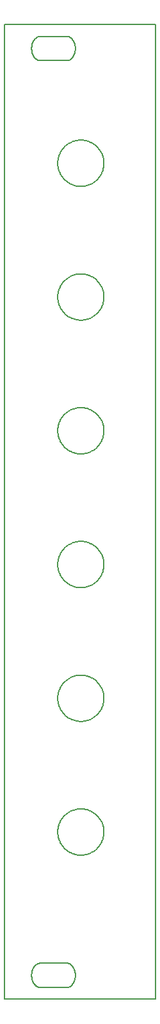
<source format=gbr>
G04 DipTrace 4.0.0.5*
G04 BoardOutline.gbr*
%MOIN*%
G04 #@! TF.FileFunction,Profile*
G04 #@! TF.Part,Single*
%ADD12C,0.005512*%
%FSLAX26Y26*%
G04*
G70*
G90*
G75*
G01*
G04 BoardOutline*
%LPD*%
X1181102Y5452756D2*
D12*
Y393701D1*
X393701D1*
Y5452756D1*
X1181102D1*
X763714Y521995D2*
X763858Y517034D1*
X763714Y512087D1*
X763307Y507231D1*
X762638Y502507D1*
X761719Y497900D1*
X760564Y493451D1*
X759173Y489160D1*
X757559Y485052D1*
X755748Y481129D1*
X754252Y478320D1*
X752651Y475630D1*
X750945Y473071D1*
X749134Y470643D1*
X747244Y468360D1*
X745249Y466220D1*
X743176Y464226D1*
X741010Y462402D1*
X738780Y460735D1*
X736470Y459239D1*
X734094Y457913D1*
X731640Y456785D1*
X729987Y456129D1*
X728294Y455564D1*
X726575Y455079D1*
X724843Y454685D1*
X723084Y454383D1*
X721299Y454173D1*
X719501Y454068D1*
X580262D1*
X578465Y454173D1*
X576680Y454383D1*
X574921Y454685D1*
X573189Y455079D1*
X571483Y455564D1*
X569790Y456129D1*
X568123Y456785D1*
X565682Y457913D1*
X563307Y459239D1*
X560997Y460735D1*
X558753Y462402D1*
X556601Y464226D1*
X554514Y466220D1*
X552533Y468360D1*
X550630Y470643D1*
X548819Y473071D1*
X547126Y475630D1*
X545512Y478320D1*
X544029Y481129D1*
X542205Y485052D1*
X540604Y489160D1*
X539213Y493451D1*
X538058Y497900D1*
X537139Y502507D1*
X536470Y507231D1*
X536050Y512087D1*
X535919Y517034D1*
X536050Y521995D1*
X536470Y526837D1*
X537139Y531575D1*
X538058Y536168D1*
X539213Y540617D1*
X540604Y544908D1*
X542205Y549029D1*
X544029Y552953D1*
X545512Y555761D1*
X547126Y558438D1*
X548819Y560997D1*
X550630Y563425D1*
X552533Y565722D1*
X554514Y567861D1*
X556601Y569843D1*
X558753Y571680D1*
X560997Y573346D1*
X563307Y574843D1*
X565682Y576155D1*
X568123Y577297D1*
X569790Y577953D1*
X571483Y578517D1*
X573189Y579003D1*
X574921Y579383D1*
X576680Y579685D1*
X578465Y579895D1*
X580262Y580013D1*
X719501D1*
X721299Y579895D1*
X723084Y579685D1*
X724843Y579383D1*
X726575Y579003D1*
X728294Y578517D1*
X729987Y577953D1*
X731640Y577297D1*
X734094Y576155D1*
X736470Y574843D1*
X738780Y573346D1*
X741010Y571680D1*
X743176Y569843D1*
X745249Y567861D1*
X747244Y565722D1*
X749134Y563425D1*
X750945Y560997D1*
X752651Y558438D1*
X754252Y555761D1*
X755748Y552953D1*
X757559Y549029D1*
X759173Y544908D1*
X760564Y540617D1*
X761719Y536168D1*
X762638Y531575D1*
X763307Y526837D1*
X763714Y521995D1*
Y5334344D2*
X763858Y5329396D1*
X763714Y5324436D1*
X763307Y5319593D1*
X762638Y5314856D1*
X761719Y5310262D1*
X760564Y5305814D1*
X759173Y5301522D1*
X757559Y5297402D1*
X755748Y5293478D1*
X754252Y5290669D1*
X752651Y5287992D1*
X750945Y5285433D1*
X749134Y5283005D1*
X747244Y5280709D1*
X745249Y5278570D1*
X743176Y5276588D1*
X741010Y5274751D1*
X738780Y5273084D1*
X736470Y5271588D1*
X734094Y5270276D1*
X731640Y5269134D1*
X729987Y5268478D1*
X728294Y5267913D1*
X726575Y5267428D1*
X724843Y5267047D1*
X723084Y5266745D1*
X721299Y5266535D1*
X719501Y5266417D1*
X580262D1*
X578465Y5266535D1*
X576680Y5266745D1*
X574921Y5267047D1*
X573189Y5267428D1*
X571483Y5267913D1*
X569790Y5268478D1*
X568123Y5269134D1*
X565682Y5270276D1*
X563307Y5271588D1*
X560997Y5273084D1*
X558753Y5274751D1*
X556601Y5276588D1*
X554514Y5278570D1*
X552533Y5280709D1*
X550630Y5283005D1*
X548819Y5285433D1*
X547126Y5287992D1*
X545512Y5290669D1*
X544029Y5293478D1*
X542205Y5297402D1*
X540604Y5301522D1*
X539213Y5305814D1*
X538058Y5310262D1*
X537139Y5314856D1*
X536470Y5319593D1*
X536050Y5324436D1*
X535919Y5329396D1*
X536050Y5334344D1*
X536470Y5339199D1*
X537139Y5343924D1*
X538058Y5348530D1*
X539213Y5352979D1*
X540604Y5357270D1*
X542205Y5361378D1*
X544029Y5365302D1*
X545512Y5368110D1*
X547126Y5370801D1*
X548819Y5373360D1*
X550630Y5375787D1*
X552533Y5378071D1*
X554514Y5380210D1*
X556601Y5382205D1*
X558753Y5384029D1*
X560997Y5385696D1*
X563307Y5387192D1*
X565682Y5388517D1*
X568123Y5389646D1*
X569790Y5390302D1*
X571483Y5390866D1*
X573189Y5391352D1*
X574921Y5391745D1*
X576680Y5392047D1*
X578465Y5392257D1*
X580262Y5392362D1*
X719501D1*
X721299Y5392257D1*
X723084Y5392047D1*
X724843Y5391745D1*
X726575Y5391352D1*
X728294Y5390866D1*
X729987Y5390302D1*
X731640Y5389646D1*
X734094Y5388517D1*
X736470Y5387192D1*
X738780Y5385696D1*
X741010Y5384029D1*
X743176Y5382205D1*
X745249Y5380210D1*
X747244Y5378071D1*
X749134Y5375787D1*
X750945Y5373360D1*
X752651Y5370801D1*
X754252Y5368110D1*
X755748Y5365302D1*
X757559Y5361378D1*
X759173Y5357270D1*
X760564Y5352979D1*
X761719Y5348530D1*
X762638Y5343924D1*
X763307Y5339199D1*
X763714Y5334344D1*
X790289Y4853478D2*
X792270Y4853491D1*
X798202Y4853346D1*
X804068Y4852913D1*
X809843Y4852218D1*
X815538Y4851234D1*
X821129Y4850000D1*
X826627Y4848504D1*
X832021Y4846759D1*
X837283Y4844764D1*
X842441Y4842546D1*
X847467Y4840079D1*
X852349Y4837402D1*
X857100Y4834501D1*
X861706Y4831404D1*
X866142Y4828084D1*
X870433Y4824580D1*
X874554Y4820879D1*
X878491Y4816995D1*
X882244Y4812940D1*
X885827Y4808714D1*
X889199Y4804318D1*
X892375Y4799777D1*
X895341Y4795066D1*
X898097Y4790223D1*
X900630Y4785249D1*
X902940Y4780144D1*
X905000Y4774908D1*
X906837Y4769554D1*
X908412Y4764094D1*
X909738Y4758530D1*
X910801Y4752874D1*
X911601Y4747126D1*
X912113Y4741286D1*
X912349Y4735381D1*
X912310Y4729423D1*
X911969Y4723543D1*
X911365Y4717730D1*
X910472Y4712008D1*
X909318Y4706378D1*
X907913Y4700853D1*
X906247Y4695433D1*
X904344Y4690118D1*
X902192Y4684921D1*
X899816Y4679856D1*
X897205Y4674921D1*
X894383Y4670131D1*
X891339Y4665472D1*
X888097Y4660984D1*
X884659Y4656640D1*
X881010Y4652467D1*
X877192Y4648465D1*
X873189Y4644646D1*
X869016Y4641010D1*
X864685Y4637572D1*
X860184Y4634318D1*
X855538Y4631286D1*
X850735Y4628465D1*
X845801Y4625853D1*
X840735Y4623465D1*
X835538Y4621325D1*
X830236Y4619409D1*
X824803Y4617756D1*
X819278Y4616339D1*
X813648Y4615184D1*
X807927Y4614304D1*
X802126Y4613688D1*
X796234Y4613360D1*
X790289Y4613307D1*
X784370Y4613543D1*
X778543Y4614068D1*
X772795Y4614856D1*
X767126Y4615932D1*
X761562Y4617257D1*
X756102Y4618832D1*
X750761Y4620656D1*
X745525Y4622730D1*
X740420Y4625026D1*
X735433Y4627559D1*
X730591Y4630315D1*
X725892Y4633281D1*
X721339Y4636457D1*
X716955Y4639843D1*
X712717Y4643412D1*
X708661Y4647178D1*
X704777Y4651115D1*
X701076Y4655236D1*
X697572Y4659514D1*
X694265Y4663963D1*
X691155Y4668556D1*
X688255Y4673307D1*
X685577Y4678202D1*
X683123Y4683215D1*
X680892Y4688373D1*
X678898Y4693648D1*
X677152Y4699029D1*
X675656Y4704528D1*
X674423Y4710131D1*
X673451Y4715814D1*
X672743Y4721601D1*
X672310Y4727454D1*
X672165Y4733386D1*
X672310Y4739331D1*
X672743Y4745184D1*
X673451Y4750958D1*
X674423Y4756654D1*
X675656Y4762257D1*
X677152Y4767743D1*
X678898Y4773136D1*
X680892Y4778412D1*
X683123Y4783556D1*
X685577Y4788583D1*
X688255Y4793478D1*
X691155Y4798215D1*
X694265Y4802822D1*
X697572Y4807270D1*
X701076Y4811549D1*
X704777Y4815669D1*
X708661Y4819606D1*
X712717Y4823373D1*
X716955Y4826942D1*
X721339Y4830315D1*
X725892Y4833491D1*
X730591Y4836457D1*
X735433Y4839213D1*
X740420Y4841745D1*
X745525Y4844055D1*
X750761Y4846115D1*
X756102Y4847953D1*
X761562Y4849528D1*
X767126Y4850853D1*
X772795Y4851916D1*
X778543Y4852717D1*
X784370Y4853228D1*
X790289Y4853478D1*
Y2770144D2*
X792270Y2770157D1*
X798202Y2770013D1*
X804068Y2769580D1*
X809843Y2768885D1*
X815538Y2767900D1*
X821129Y2766667D1*
X826627Y2765171D1*
X832021Y2763425D1*
X837283Y2761430D1*
X842441Y2759213D1*
X847467Y2756745D1*
X852349Y2754068D1*
X857100Y2751168D1*
X861706Y2748071D1*
X866142Y2744751D1*
X870433Y2741247D1*
X874554Y2737546D1*
X878491Y2733661D1*
X882244Y2729606D1*
X885827Y2725381D1*
X889199Y2720984D1*
X892375Y2716444D1*
X895341Y2711732D1*
X898097Y2706890D1*
X900630Y2701916D1*
X902940Y2696811D1*
X905000Y2691575D1*
X906837Y2686220D1*
X908412Y2680761D1*
X909738Y2675197D1*
X910801Y2669541D1*
X911601Y2663793D1*
X912113Y2657953D1*
X912349Y2652047D1*
X912310Y2646089D1*
X911969Y2640210D1*
X911365Y2634396D1*
X910472Y2628675D1*
X909318Y2623045D1*
X907913Y2617520D1*
X906247Y2612100D1*
X904344Y2606785D1*
X902192Y2601588D1*
X899816Y2596522D1*
X897205Y2591588D1*
X894383Y2586798D1*
X891339Y2582139D1*
X888097Y2577651D1*
X884646Y2573307D1*
X881010Y2569134D1*
X877192Y2565131D1*
X873189Y2561312D1*
X869016Y2557677D1*
X864685Y2554239D1*
X860184Y2550984D1*
X855538Y2547953D1*
X850735Y2545131D1*
X845801Y2542520D1*
X840735Y2540131D1*
X835538Y2537992D1*
X830236Y2536076D1*
X824803Y2534423D1*
X819278Y2533005D1*
X813648Y2531850D1*
X807927Y2530971D1*
X802126Y2530354D1*
X796234Y2530026D1*
X790289Y2529974D1*
X784370Y2530210D1*
X778543Y2530735D1*
X772795Y2531535D1*
X767126Y2532598D1*
X761562Y2533924D1*
X756102Y2535499D1*
X750761Y2537323D1*
X745525Y2539396D1*
X740420Y2541693D1*
X735433Y2544226D1*
X730591Y2546982D1*
X725892Y2549948D1*
X721339Y2553123D1*
X716955Y2556509D1*
X712717Y2560079D1*
X708661Y2563845D1*
X704777Y2567782D1*
X701076Y2571903D1*
X697572Y2576181D1*
X694265Y2580630D1*
X691155Y2585223D1*
X688255Y2589974D1*
X685577Y2594869D1*
X683123Y2599882D1*
X680892Y2605039D1*
X678898Y2610315D1*
X677152Y2615696D1*
X675656Y2621194D1*
X674423Y2626798D1*
X673451Y2632480D1*
X672743Y2638268D1*
X672310Y2644121D1*
X672165Y2650052D1*
X672310Y2655997D1*
X672743Y2661850D1*
X673451Y2667625D1*
X674423Y2673320D1*
X675656Y2678924D1*
X677152Y2684409D1*
X678898Y2689803D1*
X680892Y2695079D1*
X683123Y2700223D1*
X685577Y2705249D1*
X688255Y2710144D1*
X691155Y2714882D1*
X694265Y2719488D1*
X697572Y2723937D1*
X701076Y2728215D1*
X704777Y2732336D1*
X708661Y2736273D1*
X712717Y2740039D1*
X716955Y2743609D1*
X721339Y2746982D1*
X725892Y2750157D1*
X730591Y2753123D1*
X735433Y2755879D1*
X740407Y2758412D1*
X745525Y2760722D1*
X750761Y2762782D1*
X756102Y2764619D1*
X761562Y2766194D1*
X767126Y2767520D1*
X772795Y2768583D1*
X778543Y2769383D1*
X784370Y2769908D1*
X790289Y2770144D1*
Y4159029D2*
X792270Y4159042D1*
X798202Y4158898D1*
X804068Y4158478D1*
X809843Y4157769D1*
X815538Y4156798D1*
X821129Y4155551D1*
X826627Y4154055D1*
X832021Y4152310D1*
X837283Y4150328D1*
X842441Y4148097D1*
X847467Y4145643D1*
X852349Y4142966D1*
X857100Y4140066D1*
X861706Y4136955D1*
X866142Y4133648D1*
X870433Y4130131D1*
X874554Y4126444D1*
X878491Y4122559D1*
X882244Y4118491D1*
X885827Y4114265D1*
X889199Y4109882D1*
X892375Y4105328D1*
X895341Y4100630D1*
X898097Y4095787D1*
X900630Y4090801D1*
X902940Y4085696D1*
X905000Y4080459D1*
X906837Y4075105D1*
X908412Y4069646D1*
X909738Y4064081D1*
X910801Y4058425D1*
X911601Y4052677D1*
X912113Y4046837D1*
X912349Y4040932D1*
X912310Y4034987D1*
X911969Y4029094D1*
X911365Y4023294D1*
X910472Y4017572D1*
X909318Y4011942D1*
X907913Y4006404D1*
X906247Y4000984D1*
X904344Y3995669D1*
X902192Y3990486D1*
X899816Y3985407D1*
X897205Y3980472D1*
X894383Y3975682D1*
X891339Y3971037D1*
X888097Y3966535D1*
X884646Y3962192D1*
X881010Y3958018D1*
X877192Y3954029D1*
X873189Y3950197D1*
X869016Y3946562D1*
X864685Y3943123D1*
X860184Y3939882D1*
X855538Y3936837D1*
X850735Y3934016D1*
X845801Y3931404D1*
X840735Y3929029D1*
X835538Y3926877D1*
X830236Y3924974D1*
X824803Y3923307D1*
X819278Y3921890D1*
X813648Y3920748D1*
X807927Y3919856D1*
X802126Y3919239D1*
X796234Y3918911D1*
X790289Y3918858D1*
X784370Y3919108D1*
X778543Y3919619D1*
X772795Y3920420D1*
X767126Y3921483D1*
X761562Y3922808D1*
X756102Y3924383D1*
X750761Y3926220D1*
X745525Y3928281D1*
X740407Y3930591D1*
X735433Y3933123D1*
X730591Y3935879D1*
X725892Y3938845D1*
X721339Y3942021D1*
X716955Y3945394D1*
X712717Y3948963D1*
X708661Y3952730D1*
X704777Y3956667D1*
X701076Y3960787D1*
X697572Y3965066D1*
X694265Y3969514D1*
X691155Y3974121D1*
X688255Y3978858D1*
X685577Y3983753D1*
X683123Y3988780D1*
X680892Y3993924D1*
X678898Y3999199D1*
X677152Y4004593D1*
X675656Y4010079D1*
X674423Y4015682D1*
X673451Y4021378D1*
X672743Y4027152D1*
X672310Y4033005D1*
X672165Y4038950D1*
X672310Y4044882D1*
X672743Y4050735D1*
X673451Y4056522D1*
X674423Y4062205D1*
X675656Y4067808D1*
X677152Y4073307D1*
X678898Y4078688D1*
X680892Y4083963D1*
X683123Y4089121D1*
X685577Y4094134D1*
X688255Y4099029D1*
X691155Y4103780D1*
X694265Y4108373D1*
X697572Y4112822D1*
X701076Y4117100D1*
X704777Y4121220D1*
X708661Y4125157D1*
X712717Y4128924D1*
X716955Y4132493D1*
X721339Y4135879D1*
X725892Y4139055D1*
X730591Y4142021D1*
X735433Y4144777D1*
X740407Y4147310D1*
X745525Y4149606D1*
X750761Y4151680D1*
X756102Y4153504D1*
X761562Y4155092D1*
X767126Y4156404D1*
X772795Y4157480D1*
X778543Y4158268D1*
X784370Y4158793D1*
X790289Y4159029D1*
Y2075696D2*
X792270Y2075709D1*
X798202Y2075564D1*
X804068Y2075144D1*
X809843Y2074436D1*
X815538Y2073465D1*
X821129Y2072218D1*
X826627Y2070722D1*
X832021Y2068976D1*
X837283Y2066995D1*
X842441Y2064764D1*
X847467Y2062310D1*
X852349Y2059633D1*
X857100Y2056732D1*
X861706Y2053622D1*
X866142Y2050315D1*
X870433Y2046798D1*
X874554Y2043110D1*
X878491Y2039226D1*
X882244Y2035157D1*
X885827Y2030932D1*
X889199Y2026549D1*
X892375Y2021995D1*
X895341Y2017297D1*
X898097Y2012454D1*
X900630Y2007467D1*
X902940Y2002362D1*
X905000Y1997126D1*
X906837Y1991772D1*
X908412Y1986312D1*
X909738Y1980748D1*
X910801Y1975092D1*
X911601Y1969344D1*
X912113Y1963504D1*
X912349Y1957598D1*
X912310Y1951654D1*
X911969Y1945761D1*
X911365Y1939961D1*
X910472Y1934239D1*
X909318Y1928609D1*
X907913Y1923071D1*
X906247Y1917651D1*
X904344Y1912336D1*
X902192Y1907152D1*
X899816Y1902073D1*
X897205Y1897139D1*
X894383Y1892349D1*
X891339Y1887703D1*
X888097Y1883202D1*
X884646Y1878858D1*
X881010Y1874685D1*
X877192Y1870696D1*
X873189Y1866864D1*
X869016Y1863228D1*
X864685Y1859790D1*
X860184Y1856549D1*
X855538Y1853504D1*
X850735Y1850682D1*
X845801Y1848071D1*
X840735Y1845696D1*
X835538Y1843543D1*
X830236Y1841640D1*
X824803Y1839974D1*
X819278Y1838556D1*
X813648Y1837415D1*
X807927Y1836522D1*
X802126Y1835906D1*
X796234Y1835577D1*
X790289Y1835525D1*
X784370Y1835774D1*
X778543Y1836286D1*
X772795Y1837087D1*
X767126Y1838150D1*
X761562Y1839475D1*
X756102Y1841050D1*
X750761Y1842887D1*
X745525Y1844948D1*
X740407Y1847257D1*
X735433Y1849790D1*
X730591Y1852546D1*
X725892Y1855512D1*
X721339Y1858688D1*
X716955Y1862060D1*
X712717Y1865630D1*
X708661Y1869396D1*
X704777Y1873333D1*
X701076Y1877454D1*
X697572Y1881732D1*
X694265Y1886181D1*
X691155Y1890787D1*
X688255Y1895525D1*
X685577Y1900420D1*
X683123Y1905446D1*
X680892Y1910591D1*
X678898Y1915866D1*
X677152Y1921260D1*
X675656Y1926745D1*
X674423Y1932349D1*
X673451Y1938045D1*
X672743Y1943819D1*
X672310Y1949672D1*
X672165Y1955617D1*
X672310Y1961549D1*
X672743Y1967402D1*
X673451Y1973189D1*
X674423Y1978871D1*
X675656Y1984475D1*
X677152Y1989974D1*
X678898Y1995354D1*
X680892Y2000630D1*
X683123Y2005787D1*
X685577Y2010801D1*
X688255Y2015696D1*
X691155Y2020446D1*
X694265Y2025039D1*
X697572Y2029488D1*
X701076Y2033766D1*
X704777Y2037887D1*
X708661Y2041824D1*
X712717Y2045591D1*
X716955Y2049160D1*
X721339Y2052546D1*
X725892Y2055722D1*
X730591Y2058688D1*
X735433Y2061444D1*
X740407Y2063976D1*
X745525Y2066273D1*
X750761Y2068346D1*
X756102Y2070171D1*
X761562Y2071745D1*
X767126Y2073071D1*
X772795Y2074147D1*
X778543Y2074934D1*
X784370Y2075459D1*
X790289Y2075696D1*
Y3464580D2*
X792270Y3464606D1*
X798202Y3464462D1*
X804068Y3464029D1*
X809843Y3463320D1*
X815538Y3462349D1*
X821129Y3461115D1*
X826627Y3459619D1*
X832021Y3457874D1*
X837283Y3455879D1*
X842441Y3453648D1*
X847467Y3451194D1*
X852349Y3448517D1*
X857100Y3445617D1*
X861706Y3442507D1*
X866142Y3439199D1*
X870433Y3435696D1*
X874554Y3431995D1*
X878491Y3428110D1*
X882244Y3424055D1*
X885827Y3419829D1*
X889199Y3415433D1*
X892375Y3410879D1*
X895341Y3406181D1*
X898097Y3401339D1*
X900630Y3396365D1*
X902940Y3391247D1*
X905000Y3386010D1*
X906837Y3380669D1*
X908412Y3375210D1*
X909738Y3369646D1*
X910801Y3363976D1*
X911601Y3358228D1*
X912113Y3352402D1*
X912349Y3346483D1*
X912310Y3340538D1*
X911969Y3334646D1*
X911365Y3328845D1*
X910472Y3323123D1*
X909318Y3317493D1*
X907913Y3311969D1*
X906247Y3306535D1*
X904344Y3301234D1*
X902192Y3296037D1*
X899816Y3290971D1*
X897205Y3286037D1*
X894383Y3281234D1*
X891339Y3276588D1*
X888097Y3272087D1*
X884646Y3267756D1*
X881010Y3263583D1*
X877192Y3259580D1*
X873189Y3255761D1*
X869016Y3252126D1*
X864685Y3248675D1*
X860184Y3245433D1*
X855538Y3242402D1*
X850735Y3239567D1*
X845801Y3236969D1*
X840735Y3234580D1*
X835538Y3232428D1*
X830236Y3230525D1*
X824803Y3228858D1*
X819278Y3227454D1*
X813648Y3226299D1*
X807927Y3225407D1*
X802126Y3224803D1*
X796234Y3224462D1*
X790289Y3224423D1*
X784370Y3224659D1*
X778543Y3225184D1*
X772795Y3225971D1*
X767126Y3227034D1*
X761562Y3228360D1*
X756102Y3229948D1*
X750761Y3231772D1*
X745525Y3233845D1*
X740420Y3236142D1*
X735433Y3238675D1*
X730591Y3241430D1*
X725892Y3244396D1*
X721339Y3247572D1*
X716955Y3250958D1*
X712717Y3254528D1*
X708661Y3258281D1*
X704777Y3262231D1*
X701076Y3266339D1*
X697572Y3270630D1*
X694265Y3275066D1*
X691155Y3279672D1*
X688255Y3284423D1*
X685577Y3289304D1*
X683123Y3294331D1*
X680892Y3299488D1*
X678898Y3304751D1*
X677152Y3310144D1*
X675656Y3315643D1*
X674423Y3321234D1*
X673451Y3326929D1*
X672743Y3332703D1*
X672310Y3338570D1*
X672165Y3344501D1*
X672310Y3350433D1*
X672743Y3356299D1*
X673451Y3362073D1*
X674423Y3367769D1*
X675656Y3373360D1*
X677152Y3378858D1*
X678898Y3384252D1*
X680892Y3389514D1*
X683123Y3394672D1*
X685577Y3399698D1*
X688255Y3404580D1*
X691155Y3409331D1*
X694265Y3413937D1*
X697572Y3418373D1*
X701076Y3422664D1*
X704777Y3426772D1*
X708661Y3430722D1*
X712717Y3434475D1*
X716955Y3438058D1*
X721339Y3441430D1*
X725892Y3444606D1*
X730591Y3447572D1*
X735433Y3450328D1*
X740407Y3452861D1*
X745525Y3455157D1*
X750761Y3457231D1*
X756102Y3459055D1*
X761562Y3460643D1*
X767126Y3461969D1*
X772795Y3463031D1*
X778543Y3463819D1*
X784370Y3464344D1*
X790289Y3464580D1*
Y1381247D2*
X792270Y1381273D1*
X798202Y1381129D1*
X804068Y1380696D1*
X809843Y1379987D1*
X815538Y1379016D1*
X821129Y1377782D1*
X826627Y1376286D1*
X832021Y1374541D1*
X837283Y1372546D1*
X842441Y1370315D1*
X847467Y1367861D1*
X852349Y1365184D1*
X857100Y1362283D1*
X861706Y1359173D1*
X866142Y1355866D1*
X870433Y1352362D1*
X874554Y1348661D1*
X878491Y1344777D1*
X882244Y1340722D1*
X885827Y1336496D1*
X889199Y1332100D1*
X892375Y1327546D1*
X895341Y1322848D1*
X898097Y1318005D1*
X900630Y1313031D1*
X902940Y1307913D1*
X905000Y1302677D1*
X906837Y1297336D1*
X908412Y1291877D1*
X909738Y1286312D1*
X910801Y1280643D1*
X911601Y1274895D1*
X912113Y1269068D1*
X912349Y1263150D1*
X912310Y1257205D1*
X911969Y1251312D1*
X911365Y1245512D1*
X910472Y1239790D1*
X909318Y1234160D1*
X907913Y1228635D1*
X906247Y1223202D1*
X904344Y1217900D1*
X902192Y1212703D1*
X899816Y1207638D1*
X897205Y1202703D1*
X894383Y1197900D1*
X891339Y1193255D1*
X888097Y1188753D1*
X884646Y1184423D1*
X881010Y1180249D1*
X877192Y1176247D1*
X873189Y1172428D1*
X869016Y1168793D1*
X864685Y1165341D1*
X860184Y1162100D1*
X855538Y1159068D1*
X850735Y1156234D1*
X845801Y1153635D1*
X840735Y1151247D1*
X835538Y1149094D1*
X830236Y1147192D1*
X824803Y1145525D1*
X819278Y1144121D1*
X813648Y1142966D1*
X807927Y1142073D1*
X802126Y1141470D1*
X796234Y1141129D1*
X790289Y1141089D1*
X784370Y1141325D1*
X778543Y1141850D1*
X772795Y1142638D1*
X767126Y1143701D1*
X761562Y1145026D1*
X756102Y1146614D1*
X750761Y1148438D1*
X745525Y1150512D1*
X740407Y1152808D1*
X735433Y1155341D1*
X730591Y1158097D1*
X725892Y1161063D1*
X721339Y1164239D1*
X716955Y1167612D1*
X712717Y1171194D1*
X708661Y1174948D1*
X704777Y1178898D1*
X701076Y1183005D1*
X697572Y1187297D1*
X694265Y1191732D1*
X691155Y1196339D1*
X688255Y1201089D1*
X685577Y1205971D1*
X683123Y1210997D1*
X680892Y1216155D1*
X678898Y1221417D1*
X677152Y1226811D1*
X675656Y1232310D1*
X674423Y1237900D1*
X673451Y1243596D1*
X672743Y1249370D1*
X672310Y1255236D1*
X672165Y1261168D1*
X672310Y1267100D1*
X672743Y1272966D1*
X673451Y1278740D1*
X674423Y1284436D1*
X675656Y1290026D1*
X677152Y1295525D1*
X678898Y1300919D1*
X680892Y1306181D1*
X683123Y1311339D1*
X685577Y1316365D1*
X688255Y1321247D1*
X691155Y1325997D1*
X694265Y1330604D1*
X697572Y1335039D1*
X701076Y1339331D1*
X704777Y1343438D1*
X708661Y1347388D1*
X712717Y1351142D1*
X716955Y1354724D1*
X721339Y1358097D1*
X725892Y1361273D1*
X730591Y1364239D1*
X735433Y1366995D1*
X740407Y1369528D1*
X745525Y1371824D1*
X750761Y1373898D1*
X756102Y1375722D1*
X761562Y1377310D1*
X767126Y1378635D1*
X772795Y1379698D1*
X778543Y1380486D1*
X784370Y1381010D1*
X790289Y1381247D1*
M02*

</source>
